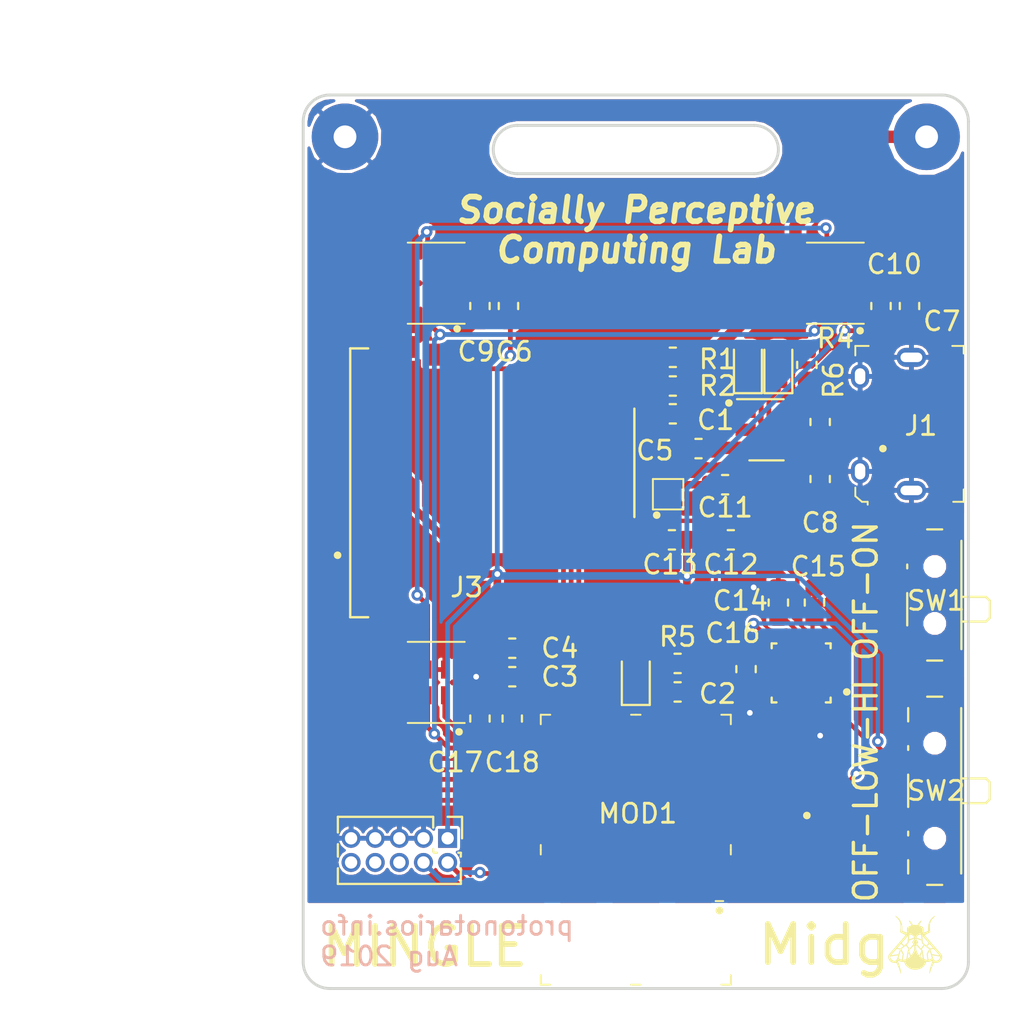
<source format=kicad_pcb>
(kicad_pcb (version 20211014) (generator pcbnew)
  (layers (0 "F.Cu" signal) (31 "B.Cu" signal) (34 "B.Paste" user) (35 "F.Paste" user) (36 "B.SilkS" user "B.Silkscreen") (37 "F.SilkS" user "F.Silkscreen") (38 "B.Mask" user) (39 "F.Mask" user) (44 "Edge.Cuts" user))
  (net 0 "")
  (net 1 "Net-(C1-Pad1)")
  (net 2 "GND")
  (net 3 "/BAT")
  (net 4 "/VBUS")
  (net 5 "Net-(D1-Pad1)")
  (net 6 "Net-(D1-Pad2)")
  (net 7 "Net-(D2-Pad1)")
  (net 8 "Net-(D3-Pad2)")
  (net 9 "Net-(J1-Pad3)")
  (net 10 "Net-(J1-Pad4)")
  (net 11 "Net-(J1-Pad2)")
  (net 12 "/SWDIO")
  (net 13 "/SWCLK")
  (net 14 "Net-(J2-Pad6)")
  (net 15 "Net-(J2-Pad8)")
  (net 16 "Net-(J2-Pad10)")
  (net 17 "Net-(MOD1-Pad10)")
  (net 18 "Net-(MOD1-Pad12)")
  (net 19 "Net-(MOD1-Pad14)")
  (net 20 "Net-(MOD1-Pad20)")
  (net 21 "Net-(MOD1-Pad22)")
  (net 22 "Net-(MOD1-Pad23)")
  (net 23 "Net-(MOD1-Pad24)")
  (net 24 "Net-(MOD1-Pad26)")
  (net 25 "/CS")
  (net 26 "/MOSI")
  (net 27 "/CLK")
  (net 28 "/MISO")
  (net 29 "/CD")
  (net 30 "Net-(MOD1-Pad37)")
  (net 31 "/SDA")
  (net 32 "/SCL")
  (net 33 "/INT1")
  (net 34 "Net-(MOD1-Pad42)")
  (net 35 "Net-(MOD1-Pad41)")
  (net 36 "Net-(MOD1-Pad40)")
  (net 37 "Net-(MOD1-Pad39)")
  (net 38 "Net-(MOD1-Pad38)")
  (net 39 "/SW")
  (net 40 "/3V3")
  (net 41 "Net-(MOD1-Pad9)")
  (net 42 "/SDA_1V8")
  (net 43 "/1V8")
  (net 44 "/SCL_1V8")
  (net 45 "Net-(R6-Pad1)")
  (net 46 "Net-(U5-Pad7)")
  (net 47 "Net-(C14-Pad1)")
  (net 48 "Net-(U5-Pad19)")
  (net 49 "Net-(U5-Pad21)")
  (net 50 "Net-(J3-Pad1)")
  (net 51 "Net-(J3-Pad8)")
  (net 52 "Net-(C11-Pad1)")
  (net 53 "/LED_IND")
  (net 54 "Net-(MOD1-Pad28)")
  (net 55 "Net-(MOD1-Pad8)")
  (net 56 "Net-(MOD1-Pad7)")
  (net 57 "Net-(MOD1-Pad6)")
  (net 58 "/INT1_1V8")
  (net 59 "Net-(U6-Pad2)")
  (net 60 "Net-(U6-Pad13)")
  (net 61 "Net-(MOD1-Pad32)")
  (net 62 "Net-(MOD1-Pad31)")
  (footprint "Capacitor_SMD:C_0603_1608Metric" (layer "F.Cu") (at 81 78.5)
    (fp_text reference "C4")
    (fp_text value "?")
  )
  (footprint "Capacitor_SMD:C_0603_1608Metric" (layer "F.Cu") (at 80.8 60.5 90)
    (fp_text reference "C6")
    (fp_text value "1uF")
  )
  (footprint "Capacitor_SMD:C_0603_1608Metric" (layer "F.Cu") (at 101.9 60.5 90)
    (fp_text reference "C7")
    (fp_text value "1uF")
  )
  (footprint "Capacitor_SMD:C_0603_1608Metric" (layer "F.Cu") (at 100.4 60.5 90)
    (fp_text reference "C10")
    (fp_text value "100nF")
  )
  (footprint "Capacitor_SMD:C_0603_1608Metric" (layer "F.Cu") (at 92.5 72.8)
    (fp_text reference "C12")
    (fp_text value "1uF")
  )
  (footprint "Capacitor_SMD:C_0603_1608Metric" (layer "F.Cu") (at 89.4 72.8 180)
    (fp_text reference "C13")
    (fp_text value "1uF")
  )
  (footprint "Resistor_SMD:R_0603_1608Metric" (layer "F.Cu") (at 89.7 79.3)
    (fp_text reference "R5")
    (fp_text value "2k")
  )
  (footprint "custom_libs:MP34DT06" (layer "F.Cu") (at 77 59.3)
    (fp_text reference "U2")
    (fp_text value "MP34DT05-A" hide)
  )
  (footprint "custom_libs:MP34DT06" (layer "F.Cu") (at 98 59.3)
    (fp_text reference "U3")
    (fp_text value "MP34DT05-A" hide)
  )
  (footprint "Connector_Wire:SolderWirePad_1x01_Drill1.2mm" (layer "F.Cu") (at 102.8 51.6)
    (fp_text reference "J4" hide)
    (fp_text value "BAT+")
  )
  (footprint "Package_TO_SOT_SMD:SOT-23-6" (layer "F.Cu") (at 94.376 67.01)
    (fp_text reference "U1")
    (fp_text value "TP4057" hide)
  )
  (footprint "Capacitor_SMD:C_0603_1608Metric" (layer "F.Cu") (at 81 80)
    (fp_text reference "C3")
    (fp_text value "10uF")
  )
  (footprint "digikey-footprints:Bluetooth_Module_BMD-300" (layer "F.Cu") (at 87.5 89.1 90)
    (fp_text reference "MOD1")
    (fp_text value "BMD-300-A-R" hide)
  )
  (footprint "Connector_PinHeader_1.27mm:PinHeader_2x05_P1.27mm_Vertical" (layer "F.Cu") (at 77.6 88.5 -90)
    (fp_text reference "J2" hide)
    (fp_text value "SWD")
  )
  (footprint "QFN50PX250X300X100-15N:QFN50PX250X300X100-15N" (layer "F.Cu") (at 96.2 85 180)
    (fp_text reference "U6")
    (fp_text value "NTS0104" hide)
  )
  (footprint "Capacitor_SMD:C_0603_1608Metric" (layer "F.Cu") (at 93.3 79.6 -90)
    (fp_text reference "C16")
    (fp_text value "100nF")
  )
  (footprint "ICM-20948:QFN40P300X300X105-24N" (layer "F.Cu") (at 96.2 79.8 180)
    (fp_text reference "U5")
    (fp_text value "ICM-20948" hide)
  )
  (footprint "Capacitor_SMD:C_0603_1608Metric" (layer "F.Cu") (at 95 76.1 90)
    (fp_text reference "C14")
    (fp_text value "100nF")
  )
  (footprint "503182-1852:MOLEX_503182-1852" (layer "F.Cu") (at 80.7 69.8 90)
    (fp_text reference "J3")
    (fp_text value "503182-1852" hide)
  )
  (footprint "Button_Switch_SMD:SW_SPDT_PCM12" (layer "F.Cu") (at 102.9 75.7 90)
    (fp_text reference "SW1")
    (fp_text value "OFF-ON")
  )
  (footprint "digikey-footprints:USB_Micro_B_Female_10118194-0001LF" (layer "F.Cu") (at 99.3 66.7 90)
    (fp_text reference "J1")
    (fp_text value "10118194-0001LF")
  )
  (footprint "LED_SMD:LED_0603_1608Metric" (layer "F.Cu") (at 87.5 80 90)
    (fp_text reference "D3")
    (fp_text value "LED_Small" hide)
  )
  (footprint "LED_SMD:LED_0603_1608Metric" (layer "F.Cu") (at 93.4 63.6 90)
    (fp_text reference "D1")
    (fp_text value "CHRG_LED" hide)
  )
  (footprint "Connector_Wire:SolderWirePad_1x01_Drill1.2mm" (layer "F.Cu") (at 72.2 51.6 -90)
    (fp_text reference "J5" hide)
    (fp_text value "BAT-")
  )
  (footprint "LED_SMD:LED_0603_1608Metric" (layer "F.Cu") (at 95 63.6 90)
    (fp_text reference "D2")
    (fp_text value "STDBY_LED" hide)
  )
  (footprint "Capacitor_SMD:C_0603_1608Metric" (layer "F.Cu") (at 90.8 68 180)
    (fp_text reference "C5")
    (fp_text value "10uF")
  )
  (footprint "Package_DFN_QFN:X2-DFN1612-8" (layer "F.Cu") (at 89.2 70.4)
    (fp_text reference "U4")
    (fp_text value "AP7345D")
  )
  (footprint "Capacitor_SMD:C_0603_1608Metric" (layer "F.Cu") (at 92.2 69.9)
    (fp_text reference "C11")
    (fp_text value "1uF")
  )
  (footprint "Capacitor_SMD:C_0603_1608Metric" (layer "F.Cu") (at 96.9 76.1 90)
    (fp_text reference "C15")
    (fp_text value "100nF")
  )
  (footprint "Capacitor_SMD:C_0603_1608Metric" (layer "F.Cu") (at 79.3 60.5 90)
    (fp_text reference "C9")
    (fp_text value "100nF")
  )
  (footprint "Resistor_SMD:R_0603_1608Metric" (layer "F.Cu") (at 89.448 64.708401)
    (fp_text reference "R2")
    (fp_text value "10M")
  )
  (footprint "Resistor_SMD:R_0603_1608Metric" (layer "F.Cu") (at 97.2 66.6 90)
    (fp_text reference "R6")
    (fp_text value "2k")
  )
  (footprint "Resistor_SMD:R_0603_1608Metric" (layer "F.Cu") (at 96.5 63.6 -90)
    (fp_text reference "R4")
    (fp_text value "1k?")
  )
  (footprint "Capacitor_SMD:C_0603_1608Metric" (layer "F.Cu") (at 97.2 69.6 -90)
    (fp_text reference "C8")
    (fp_text value "1uF")
  )
  (footprint "Capacitor_SMD:C_0603_1608Metric" (layer "F.Cu") (at 89.7 80.8 180)
    (fp_text reference "C2")
    (fp_text value "10uF")
  )
  (footprint "Button_Switch_SMD:SW_SP3T_PCM13" (layer "F.Cu") (at 102.9 86 90)
    (fp_text reference "SW2")
    (fp_text value "OFF-LOW-HI")
  )
  (footprint "custom_libs:MP34DT06" (layer "F.Cu") (at 77 80.3)
    (fp_text reference "U7")
    (fp_text value "MP34DT05-A" hide)
  )
  (footprint "Resistor_SMD:R_0603_1608Metric" (layer "F.Cu") (at 89.448 63.198401 180)
    (fp_text reference "R1")
    (fp_text value "10M")
  )
  (footprint "Capacitor_SMD:C_0603_1608Metric" (layer "F.Cu") (at 89.448 66.17)
    (fp_text reference "C1")
    (fp_text value "100nF")
  )
  (footprint "Capacitor_SMD:C_0603_1608Metric" (layer "F.Cu") (at 81 82.2 90)
    (fp_text reference "C18")
    (fp_text value "100nF")
  )
  (footprint "Capacitor_SMD:C_0603_1608Metric" (layer "F.Cu") (at 79.3 82.2 90)
    (fp_text reference "C17")
    (fp_text value "1uF")
  )
  (footprint "rythm_badge_tudelft:fly" (layer "F.Cu") (at 102.2 94.1)
    (fp_text reference "G***" hide)
    (fp_text value "LOGO" hide)
  )
  (gr_circle (center 78.2 82.9) (end 78.2 82.8) (layer "F.SilkS") (width 0.2) (fill none))
  (gr_circle (center 78.1 61.7) (end 78.1 61.6) (layer "F.SilkS") (width 0.2) (fill none))
  (gr_circle (center 99.3 61.8) (end 99.3 61.7) (layer "F.SilkS") (width 0.2) (fill none))
  (gr_circle (center 92.4 65.6) (end 92.4 65.5) (layer "F.SilkS") (width 0.2) (fill none))
  (gr_circle (center 88.6 71.5) (end 88.6 71.4) (layer "F.SilkS") (width 0.2) (fill none))
  (gr_circle (center 100.5 68) (end 100.5 67.9) (layer "F.SilkS") (width 0.2) (fill none))
  (gr_circle (center 91.9 92.3) (end 91.9 92.2) (layer "F.SilkS") (width 0.2) (fill none))
  (gr_circle (center 96.5 87.3) (end 96.5 87.2) (layer "F.SilkS") (width 0.2) (fill none))
  (gr_arc (start 105 95) (mid 104.590056 95.989843) (end 103.6003 96.4) (layer "Edge.Cuts") (width 0.15))
  (gr_arc (start 81.27 53.54) (mid 80 52.27) (end 81.27 51) (layer "Edge.Cuts") (width 0.15))
  (gr_arc (start 70 50.8) (mid 70.409944 49.810157) (end 71.3997 49.4) (layer "Edge.Cuts") (width 0.15))
  (gr_arc (start 71.4 96.4) (mid 70.410157 95.990056) (end 70 95.0003) (layer "Edge.Cuts") (width 0.15))
  (gr_line (start 70 50.8) (end 70 94.996) (layer "Edge.Cuts") (width 0.15))
  (gr_line (start 81.27 53.54) (end 93.73 53.54) (layer "Edge.Cuts") (width 0.15))
  (gr_line (start 81.27 51) (end 93.73 51) (layer "Edge.Cuts") (width 0.15))
  (gr_line (start 103.6 96.4) (end 71.4 96.4) (layer "Edge.Cuts") (width 0.15))
  (gr_arc (start 103.6 49.4) (mid 104.589843 49.809944) (end 105 50.7997) (layer "Edge.Cuts") (width 0.15))
  (gr_arc (start 93.73 51) (mid 95 52.27) (end 93.73 53.54) (layer "Edge.Cuts") (width 0.15))
  (gr_line (start 71.4 49.4) (end 103.6 49.4) (layer "Edge.Cuts") (width 0.15))
  (gr_line (start 105 94.996) (end 105 50.8) (layer "Edge.Cuts") (width 0.15))
  (gr_text "protonotarios.info\nAug 2019" (at 70.8 93.9) (layer "B.SilkS") (effects (font (size 1 1)) (justify right mirror)))
  (gr_text "MINGLE" (at 76.4 94.2) (layer "F.SilkS") (effects (font (size 2 2) (thickness 0.3))))
  (gr_text "Socially Perceptive\nComputing Lab" (at 87.5 56.5) (layer "F.SilkS") (effects (font (size 1.3 1.3) (thickness 0.3) italic)))
  (gr_text "Midg" (at 97.4 94.1) (layer "F.SilkS") (effects (font (size 2 2) (thickness 0.3))))
  (segment (start 88.6605 63.198401) (end 88.6605 66.17) (width 0.25) (layer "F.Cu") (net 1))
  (segment (start 88.4085 66.422) (end 88.6605 66.17) (width 0.25) (layer "F.Cu") (net 1))
  (segment (start 88.598099 64.646) (end 88.6605 64.708401) (width 0.25) (layer "F.Cu") (net 1))
  (segment (start 88.6 82.65) (end 87.85 81.9) (width 0.25) (layer "F.Cu") (net 1))
  (segment (start 84.5 80) (end 84.5 70.3305) (width 0.25) (layer "F.Cu") (net 1))
  (segment (start 84.5 70.3305) (end 88.198888 66.631612) (width 0.25) (layer "F.Cu") (net 1))
  (segment (start 87.85 81.9) (end 86.4 81.9) (width 0.25) (layer "F.Cu") (net 1))
  (segment (start 86.4 81.9) (end 84.5 80) (width 0.25) (layer "F.Cu") (net 1))
  (segment (start 88.198888 66.631612) (end 88.6605 66.17) (width 0.25) (layer "F.Cu") (net 1))
  (via (at 93.5 81.9) (size 0.6) (drill 0.3) (layers "F.Cu" "B.Cu") (net 2))
  (via (at 97.2 83.1) (size 0.6) (drill 0.3) (layers "F.Cu" "B.Cu") (net 2))
  (via (at 93.7 75.3) (size 0.6) (drill 0.3) (layers "F.Cu" "B.Cu") (net 2))
  (via (at 79.1 80) (size 0.6) (drill 0.3) (layers "F.Cu" "B.Cu") (net 2))
  (segment (start 102.8 51.6) (end 100.6 51.6) (width 0.65) (layer "F.Cu") (net 3))
  (segment (start 91.5875 62.9125) (end 91.5875 63.2) (width 0.65) (layer "F.Cu") (net 3))
  (segment (start 91.5875 63.2) (end 91.5875 67.96) (width 0.65) (layer "F.Cu") (net 3))
  (segment (start 93.481 67.96) (end 93.481 68.281) (width 0.4) (layer "F.Cu") (net 3))
  (segment (start 93.276 67.96) (end 93.481 67.96) (width 0.65) (layer "F.Cu") (net 3))
  (segment (start 95.9 56.3) (end 95.9 58.6) (width 0.65) (layer "F.Cu") (net 3))
  (segment (start 100.6 51.6) (end 95.9 56.3) (width 0.65) (layer "F.Cu") (net 3))
  (segment (start 95.9 58.6) (end 91.5875 62.9125) (width 0.65) (layer "F.Cu") (net 3))
  (segment (start 98.65 73.45) (end 100.07 73.45) (width 0.4) (layer "F.Cu") (net 3))
  (segment (start 100.07 73.45) (end 101.47 73.45) (width 0.4) (layer "F.Cu") (net 3))
  (segment (start 91.5875 67.96) (end 93.276 67.96) (width 0.65) (layer "F.Cu") (net 3))
  (segment (start 93.481 68.281) (end 98.65 73.45) (width 0.4) (layer "F.Cu") (net 3))
  (segment (start 90.2355 63.198401) (end 91.585901 63.198401) (width 0.25) (layer "F.Cu") (net 3))
  (segment (start 91.585901 63.198401) (end 91.5875 63.2) (width 0.25) (layer "F.Cu") (net 3))
  (segment (start 96.6125 64.3875) (end 97.9 63.1) (width 0.25) (layer "F.Cu") (net 4))
  (segment (start 97.2125 68.8) (end 97.2 68.8125) (width 0.5) (layer "F.Cu") (net 4))
  (segment (start 100.6 64) (end 100.6 67.625) (width 0.25) (layer "F.Cu") (net 4))
  (segment (start 95.516 68) (end 95.476 67.96) (width 0.5) (layer "F.Cu") (net 4))
  (segment (start 99.7 63.1) (end 100.6 64) (width 0.25) (layer "F.Cu") (net 4))
  (segment (start 96.3285 68.8125) (end 95.476 67.96) (width 0.5) (layer "F.Cu") (net 4))
  (segment (start 97.8 68.8) (end 97.2125 68.8) (width 0.5) (layer "F.Cu") (net 4))
  (segment (start 99.3 68) (end 98.6 68) (width 0.5) (layer "F.Cu") (net 4))
  (segment (start 97.2 68.8125) (end 96.3285 68.8125) (width 0.5) (layer "F.Cu") (net 4))
  (segment (start 98.6 68) (end 97.8 68.8) (width 0.5) (layer "F.Cu") (net 4))
  (segment (start 100.225 68) (end 99.3 68) (width 0.25) (layer "F.Cu") (net 4))
  (segment (start 100.6 67.625) (end 100.225 68) (width 0.25) (layer "F.Cu") (net 4))
  (segment (start 97.9 63.1) (end 99.7 63.1) (width 0.25) (layer "F.Cu") (net 4))
  (segment (start 96.5 64.3875) (end 96.6125 64.3875) (width 0.25) (layer "F.Cu") (net 4))
  (segment (start 93.276 64.5115) (end 93.4 64.3875) (width 0.25) (layer "F.Cu") (net 5))
  (segment (start 93.276 66.06) (end 93.276 64.5115) (width 0.25) (layer "F.Cu") (net 5))
  (segment (start 95 62.8125) (end 93.4 62.8125) (width 0.25) (layer "F.Cu") (net 6))
  (segment (start 96.5 62.8125) (end 95 62.8125) (width 0.25) (layer "F.Cu") (net 6))
  (segment (start 95 64.925) (end 94.5 65.425) (width 0.25) (layer "F.Cu") (net 7))
  (segment (start 95 64.3875) (end 95 64.925) (width 0.25) (layer "F.Cu") (net 7))
  (segment (start 94.5 66.5) (end 95.01 67.01) (width 0.25) (layer "F.Cu") (net 7))
  (segment (start 95.01 67.01) (end 95.476 67.01) (width 0.25) (layer "F.Cu") (net 7))
  (segment (start 94.5 65.425) (end 94.5 66.5) (width 0.25) (layer "F.Cu") (net 7))
  (segment (start 87.5875 79.3) (end 87.5 79.2125) (width 0.25) (layer "F.Cu") (net 8))
  (segment (start 89.1125 79.3) (end 87.5875 79.3) (width 0.25) (layer "F.Cu") (net 8))
  (segment (start 84 90.9) (end 78.73 90.9) (width 0.25) (layer "F.Cu") (net 12))
  (segment (start 78.73 90.9) (end 77.6 89.77) (width 0.25) (layer "F.Cu") (net 12))
  (segment (start 83.1 90.35) (end 79.35 90.35) (width 0.25) (layer "F.Cu") (net 13))
  (segment (start 79.35 90.35) (end 79.3 90.3) (width 0.25) (layer "F.Cu") (net 13))
  (via (at 79.3 90.3) (size 0.6) (drill 0.3) (layers "F.Cu" "B.Cu") (net 13))
  (segment (start 78 90.7) (end 77.26 90.7) (width 0.25) (layer "B.Cu") (net 13))
  (segment (start 79.3 90.3) (end 78.4 90.3) (width 0.25) (layer "B.Cu") (net 13))
  (segment (start 76.829999 90.269999) (end 76.33 89.77) (width 0.25) (layer "B.Cu") (net 13))
  (segment (start 78.4 90.3) (end 78 90.7) (width 0.25) (layer "B.Cu") (net 13))
  (segment (start 77.26 90.7) (end 76.829999 90.269999) (width 0.25) (layer "B.Cu") (net 13))
  (segment (start 82.904804 84.9) (end 83.1 84.704804) (width 0.25) (layer "F.Cu") (net 25))
  (segment (start 73.475 71.6) (end 73.1 71.975) (width 0.25) (layer "F.Cu") (net 25))
  (segment (start 77.2 84.9) (end 82.904804 84.9) (width 0.25) (layer "F.Cu") (net 25))
  (segment (start 83.1 84.704804) (end 83.1 84.85) (width 0.25) (layer "F.Cu") (net 25))
  (segment (start 73.1 71.975) (end 73.1 80.8) (width 0.25) (layer "F.Cu") (net 25))
  (segment (start 74.345 71.6) (end 73.475 71.6) (width 0.25) (layer "F.Cu") (net 25))
  (segment (start 73.1 80.8) (end 77.2 84.9) (width 0.25) (layer "F.Cu") (net 25))
  (segment (start 84 85.4) (end 77.130905 85.4) (width 0.25) (layer "F.Cu") (net 26))
  (segment (start 74.005905 70.5) (end 74.345 70.5) (width 0.25) (layer "F.Cu") (net 26))
  (segment (start 72.697589 71.808316) (end 74.005905 70.5) (width 0.25) (layer "F.Cu") (net 26))
  (segment (start 77.130905 85.4) (end 72.697589 80.966684) (width 0.25) (layer "F.Cu") (net 26))
  (segment (start 72.697589 80.966684) (end 72.697589 71.808316) (width 0.25) (layer "F.Cu") (net 26))
  (segment (start 77.11181 85.95) (end 82.6 85.95) (width 0.25) (layer "F.Cu") (net 27))
  (segment (start 72.295178 69.479822) (end 72.295178 81.133368) (width 0.25) (layer "F.Cu") (net 27))
  (segment (start 82.6 85.95) (end 83.1 85.95) (width 0.25) (layer "F.Cu") (net 27))
  (segment (start 74.345 68.3) (end 73.475 68.3) (width 0.25) (layer "F.Cu") (net 27))
  (segment (start 73.475 68.3) (end 72.295178 69.479822) (width 0.25) (layer "F.Cu") (net 27))
  (segment (start 72.295178 81.133368) (end 77.11181 85.95) (width 0.25) (layer "F.Cu") (net 27))
  (segment (start 77.092715 86.5) (end 83.5 86.5) (width 0.25) (layer "F.Cu") (net 28))
  (segment (start 73.475 66.1) (end 71.892767 67.682233) (width 0.25) (layer "F.Cu") (net 28))
  (segment (start 71.892767 81.300052) (end 77.092715 86.5) (width 0.25) (layer "F.Cu") (net 28))
  (segment (start 83.5 86.5) (end 84 86.5) (width 0.25) (layer "F.Cu") (net 28))
  (segment (start 71.892767 67.682233) (end 71.892767 81.300052) (width 0.25) (layer "F.Cu") (net 28))
  (segment (start 74.345 66.1) (end 73.475 66.1) (width 0.25) (layer "F.Cu") (net 28))
  (segment (start 84.097589 70.163816) (end 84.097589 80.347589) (width 0.25) (layer "F.Cu") (net 29))
  (segment (start 85.975 68.286405) (end 84.097589 70.163816) (width 0.25) (layer "F.Cu") (net 29))
  (segment (start 84.097589 80.347589) (end 86.4 82.65) (width 0.25) (layer "F.Cu") (net 29))
  (segment (start 85.975 63.06) (end 85.975 68.286405) (width 0.25) (layer "F.Cu") (net 29))
  (segment (start 95.0062 85) (end 92.05 85) (width 0.25) (layer "F.Cu") (net 31))
  (segment (start 92.05 85) (end 91.9 84.85) (width 0.25) (layer "F.Cu") (net 31))
  (segment (start 92.642 84.492) (end 91.9 83.75) (width 0.25) (layer "F.Cu") (net 32))
  (segment (start 95.0062 84.492) (end 92.642 84.492) (width 0.25) (layer "F.Cu") (net 32))
  (segment (start 95.0062 85.508) (end 92.342 85.508) (width 0.25) (layer "F.Cu") (net 33))
  (segment (start 92.342 85.508) (end 91.9 85.95) (width 0.25) (layer "F.Cu") (net 33))
  (segment (start 84.122779 64.394255) (end 84.122779 69.569531) (width 0.25) (layer "F.Cu") (net 39))
  (segment (start 83.528524 63.8) (end 84.122779 64.394255) (width 0.25) (layer "F.Cu") (net 39))
  (segment (start 83.695178 69.997132) (end 83.695178 80.545178) (width 0.25) (layer "F.Cu") (net 39))
  (segment (start 83.695178 80.545178) (end 85.3 82.15) (width 0.25) (layer "F.Cu") (net 39))
  (segment (start 85.3 82.15) (end 85.3 82.65) (width 0.25) (layer "F.Cu") (net 39))
  (segment (start 77.85 63.06) (end 78.59 63.8) (width 0.25) (layer "F.Cu") (net 39))
  (segment (start 78.59 63.8) (end 83.528524 63.8) (width 0.25) (layer "F.Cu") (net 39))
  (segment (start 76.975 63.06) (end 77.85 63.06) (width 0.25) (layer "F.Cu") (net 39))
  (segment (start 84.122779 69.569531) (end 83.695178 69.997132) (width 0.25) (layer "F.Cu") (net 39))
  (segment (start 98.5 60.025) (end 98.45 59.975) (width 0.25) (layer "F.Cu") (net 40))
  (segment (start 80.2125 80.1) (end 80.2125 74.6) (width 0.4) (layer "F.Cu") (net 40))
  (segment (start 80.8 61.2875) (end 79.3 61.2875) (width 0.25) (layer "F.Cu") (net 40))
  (segment (start 79.3 74.6) (end 79.4 74.6) (width 0.4) (layer "F.Cu") (net 40))
  (segment (start 99.8875 61.8) (end 100.4 61.2875) (width 0.25) (layer "F.Cu") (net 40))
  (segment (start 80.9 61.3875) (end 80.8 61.2875) (width 0.25) (layer "F.Cu") (net 40))
  (segment (start 98.337459 87.207589) (end 96.069389 87.207589) (width 0.23) (layer "F.Cu") (net 40))
  (segment (start 101.045048 84.5) (end 98.337459 87.207589) (width 0.23) (layer "F.Cu") (net 40))
  (segment (start 79.4 74.6) (end 80.2125 74.6) (width 0.4) (layer "F.Cu") (net 40))
  (segment (start 77.45 61.35) (end 77.45 60.7) (width 0.25) (layer "F.Cu") (net 40))
  (segment (start 74.345 69.4) (end 75.4 69.4) (width 0.4) (layer "F.Cu") (net 40))
  (segment (start 78.7875 61.8) (end 77.9 61.8) (width 0.25) (layer "F.Cu") (net 40))
  (segment (start 77.9 61.8) (end 77.45 61.35) (width 0.25) (layer "F.Cu") (net 40))
  (segment (start 77.45 80.975) (end 77.45 82.099322) (width 0.25) (layer "F.Cu") (net 40))
  (segment (start 90.6875 80.8) (end 90.6875 80.625) (width 0.4) (layer "F.Cu") (net 40))
  (segment (start 90.1875 72.8) (end 90.1875 76.5) (width 0.4) (layer "F.Cu") (net 40))
  (segment (start 101.07 84.5) (end 100.234811 83.664811) (width 0.23) (layer "F.Cu") (net 40))
  (segment (start 90.1875 76.5) (end 90.5 76.8125) (width 0.4) (layer "F.Cu") (net 40))
  (segment (start 95.946 87.0842) (end 95.946 86.4478) (width 0.23) (layer "F.Cu") (net 40))
  (segment (start 75.9 71.2) (end 79.3 74.6) (width 0.4) (layer "F.Cu") (net 40))
  (segment (start 75.4 69.4) (end 75.9 69.9) (width 0.4) (layer "F.Cu") (net 40))
  (segment (start 80.9 63.1) (end 80.9 61.3875) (width 0.25) (layer "F.Cu") (net 40))
  (segment (start 90.8 81.9) (end 90.8 82.65) (width 0.4) (layer "F.Cu") (net 40))
  (segment (start 100.234811 83.664811) (end 100.234811 83.400012) (width 0.23) (layer "F.Cu") (net 40))
  (segment (start 79.3 82.9875) (end 80.7 82.9875) (width 0.25) (layer "F.Cu") (net 40))
  (segment (start 96.069389 87.207589) (end 95.946 87.0842) (width 0.23) (layer "F.Cu") (net 40))
  (segment (start 89 70.915198) (end 89 71.6125) (width 0.23) (layer "F.Cu") (net 40))
  (segment (start 101.47 84.5) (end 101.07 84.5) (width 0.23) (layer "F.Cu") (net 40))
  (segment (start 77.45 59.975) (end 77.45 58.625) (width 0.25) (layer "F.Cu") (net 40))
  (segment (start 77.45 60.7) (end 77.45 59.975) (width 0.25) (layer "F.Cu") (net 40))
  (segment (start 90.5 76.8125) (end 90.5 81.6) (width 0.4) (layer "F.Cu") (net 40))
  (segment (start 89 71.6125) (end 90.1875 72.8) (width 0.23) (layer "F.Cu") (net 40))
  (segment (start 80.2125 82.075) (end 80.2125 80) (width 0.25) (layer "F.Cu") (net 40))
  (segment (start 79.3 61.2875) (end 78.7875 61.8) (width 0.25) (layer "F.Cu") (net 40))
  (segment (start 98.5 61.8) (end 99.8875 61.8) (width 0.25) (layer "F.Cu") (net 40))
  (segment (start 80.7 82.9875) (end 80.8 83.0875) (width 0.25) (layer "F.Cu") (net 40))
  (segment (start 98.5 61.8) (end 98.5 60.025) (width 0.25) (layer "F.Cu") (net 40))
  (segment (start 77.45 82.099322) (end 78.338178 82.9875) (width 0.25) (layer "F.Cu") (net 40))
  (segment (start 90.5 81.6) (end 90.8 81.9) (width 0.4) (layer "F.Cu") (net 40))
  (segment (start 79.3 82.9875) (end 80.2125 82.075) (width 0.25) (layer "F.Cu") (net 40))
  (segment (start 101.07 84.5) (end 101.045048 84.5) (width 0.23) (layer "F.Cu") (net 40))
  (segment (start 75.9 69.9) (end 75.9 71.2) (width 0.4) (layer "F.Cu") (net 40))
  (segment (start 78.338178 82.9875) (end 79.3 82.9875) (width 0.25) (layer "F.Cu") (net 40))
  (segment (start 100.4 61.2875) (end 101.9 61.2875) (width 0.25) (layer "F.Cu") (net 40))
  (via (at 98.5 61.8) (size 0.6) (drill 0.3) (layers "F.Cu" "B.Cu") (net 40))
  (via (at 80.9 63.1) (size 0.6) (drill 0.3) (layers "F.Cu" "B.Cu") (net 40))
  (via (at 90.1875 74.7) (size 0.6) (drill 0.3) (layers "F.Cu" "B.Cu") (net 40))
  (via (at 80.2125 74.6) (size 0.6) (drill 0.3) (layers "F.Cu" "B.Cu") (net 40))
  (via (at 100.234811 83.400012) (size 0.6) (drill 0.3) (layers "F.Cu" "B.Cu") (net 40))
  (segment (start 77.6 88.5) (end 77.6 77.2125) (width 0.25) (layer "B.Cu") (net 40))
  (segment (start 90.1875 74.7) (end 80.3125 74.7) (width 0.4) (layer "B.Cu") (net 40))
  (segment (start 80.9 63.1) (end 80.2125 63.7875) (width 0.25) (layer "B.Cu") (net 40))
  (segment (start 80.2125 63.7875) (end 80.2125 74.175736) (width 0.25) (layer "B.Cu") (net 40))
  (segment (start 98.5 61.8) (end 90.1875 70.1125) (width 0.25) (layer "B.Cu") (net 40))
  (segment (start 77.6 77.2125) (end 79.912501 74.899999) (width 0.25) (layer "B.Cu") (net 40))
  (segment (start 90.1875 70.1125) (end 90.1875 74.275736) (width 0.25) (layer "B.Cu") (net 40))
  (segment (start 90.611764 74.7) (end 90.1875 74.7) (width 0.23) (layer "B.Cu") (net 40))
  (segment (start 80.3125 74.7) (end 80.2125 74.6) (width 0.4) (layer "B.Cu") (net 40))
  (segment (start 90.1875 74.275736) (end 90.1875 74.7) (width 0.25) (layer "B.Cu") (net 40))
  (segment (start 100.234811 78.901073) (end 96.033738 74.7) (width 0.23) (layer "B.Cu") (net 40))
  (segment (start 96.033738 74.7) (end 90.611764 74.7) (width 0.23) (layer "B.Cu") (net 40))
  (segment (start 79.912501 74.899999) (end 80.2125 74.6) (width 0.25) (layer "B.Cu") (net 40))
  (segment (start 100.234811 83.400012) (end 100.234811 78.901073) (width 0.23) (layer "B.Cu") (net 40))
  (segment (start 80.2125 74.175736) (end 80.2125 74.6) (width 0.25) (layer "B.Cu") (net 40))
  (segment (start 97.2 81.555) (end 98.67241 83.02741) (width 0.22) (layer "F.Cu") (net 42))
  (segment (start 97.2 81.345) (end 97.2 81.555) (width 0.22) (layer "F.Cu") (net 42))
  (segment (start 98.67241 84.366458) (end 98.038867 85) (width 0.22) (layer "F.Cu") (net 42))
  (segment (start 98.67241 83.02741) (end 98.67241 84.366458) (width 0.22) (layer "F.Cu") (net 42))
  (segment (start 98.038867 85) (end 98.0202 85) (width 0.22) (layer "F.Cu") (net 42))
  (segment (start 98.0202 85) (end 97.3938 85) (width 0.22) (layer "F.Cu") (net 42))
  (segment (start 93.3 78.8125) (end 93.3125 78.8) (width 0.22) (layer "F.Cu") (net 43))
  (segment (start 99.667401 85.336837) (end 98.556438 86.4478) (width 0.23) (layer "F.Cu") (net 43))
  (segment (start 98.7 82.4) (end 99.667401 83.367401) (width 0.23) (layer "F.Cu") (net 43))
  (segment (start 96.8364 86.4478) (end 96.454 86.4478) (width 0.23) (layer "F.Cu") (net 43))
  (segment (start 93.0125 74.1) (end 91.7125 72.8) (width 0.23) (layer "F.Cu") (net 43))
  (segment (start 98.7 78.6875) (end 98.7 82.4) (width 0.23) (layer "F.Cu") (net 43))
  (segment (start 96.8 78.255) (end 96.8 76.9875) (width 0.22) (layer "F.Cu") (net 43))
  (segment (start 93.3 78.8125) (end 92.4 79.7125) (width 0.22) (layer "F.Cu") (net 43))
  (segment (start 91.250888 72.338388) (end 91.7125 72.8) (width 0.23) (layer "F.Cu") (net 43))
  (segment (start 89.4 70.9) (end 89.4 71.35) (width 0.23) (layer "F.Cu") (net 43))
  (segment (start 96.4 81.345) (end 96.4 82.548078) (width 0.22) (layer "F.Cu") (net 43))
  (segment (start 96.9 76.8875) (end 98.7 78.6875) (width 0.23) (layer "F.Cu") (net 43))
  (segment (start 93.3 82.5) (end 95.443922 82.5) (width 0.22) (layer "F.Cu") (net 43))
  (segment (start 95.443922 82.5) (end 95.946 83.002078) (width 0.22) (layer "F.Cu") (net 43))
  (segment (start 89.85 71.8) (end 90.7125 71.8) (width 0.23) (layer "F.Cu") (net 43))
  (segment (start 98.556438 86.4478) (end 96.8364 86.4478) (width 0.23) (layer "F.Cu") (net 43))
  (segment (start 96 74.8) (end 95.3 74.1) (width 0.23) (layer "F.Cu") (net 43))
  (segment (start 92.4 81.6) (end 93.3 82.5) (width 0.22) (layer "F.Cu") (net 43))
  (segment (start 99.667401 83.367401) (end 99.667401 85.336837) (width 0.23) (layer "F.Cu") (net 43))
  (segment (start 96 75.9875) (end 96 74.8) (width 0.23) (layer "F.Cu") (net 43))
  (segment (start 95.3 74.1) (end 93.0125 74.1) (width 0.23) (layer "F.Cu") (net 43))
  (segment (start 91.7125 76.6875) (end 91.7125 73.375) (width 0.22) (layer "F.Cu") (net 43))
  (segment (start 91.7125 73.375) (end 91.7125 72.8) (width 0.22) (layer "F.Cu") (net 43))
  (segment (start 89.4 71.35) (end 89.85 71.8) (width 0.23) (layer "F.Cu") (net 43))
  (segment (start 93.3 78.275) (end 91.7125 76.6875) (width 0.22) (layer "F.Cu") (net 43))
  (segment (start 93.3 78.8125) (end 93.3 78.275) (width 0.22) (layer "F.Cu") (net 43))
  (segment (start 96.9 76.8875) (end 96 75.9875) (width 0.23) (layer "F.Cu") (net 43))
  (segment (start 90.7125 71.8) (end 91.250888 72.338388) (width 0.23) (layer "F.Cu") (net 43))
  (segment (start 92.4 79.7125) (end 92.4 81.6) (width 0.22) (layer "F.Cu") (net 43))
  (segment (start 96.8 76.9875) (end 96.7125 76.9) (width 0.25) (layer "F.Cu") (net 43))
  (segment (start 93.3125 78.8) (end 94.655 78.8) (width 0.22) (layer "F.Cu") (net 43))
  (segment (start 95.946 83.002078) (end 95.946 83.5522) (width 0.22) (layer "F.Cu") (net 43))
  (segment (start 96.4 82.548078) (end 95.946 83.002078) (width 0.22) (layer "F.Cu") (net 43))
  (segment (start 96.8 81.345) (end 96.8 81.8) (width 0.22) (layer "F.Cu") (net 44))
  (segment (start 98.3 84.2122) (end 98.0202 84.492) (width 0.22) (layer "F.Cu") (net 44))
  (segment (start 96.8 81.8) (end 98.3 83.3) (width 0.22) (layer "F.Cu") (net 44))
  (segment (start 98.3 83.3) (end 98.3 84.2122) (width 0.22) (layer "F.Cu") (net 44))
  (segment (start 98.0202 84.492) (end 97.3938 84.492) (width 0.22) (layer "F.Cu") (net 44))
  (segment (start 97.2 67.3875) (end 95.8725 66.06) (width 0.25) (layer "F.Cu") (net 45))
  (segment (start 95.8725 66.06) (end 95.476 66.06) (width 0.25) (layer "F.Cu") (net 45))
  (segment (start 96 77.6125) (end 95.2875 76.9) (width 0.22) (layer "F.Cu") (net 47))
  (segment (start 96 78.255) (end 96 77.6125) (width 0.22) (layer "F.Cu") (net 47))
  (segment (start 89.8 69.9) (end 88.7 69.9) (width 0.4) (layer "F.Cu") (net 52))
  (segment (start 101.47 74.95) (end 99.136812 74.95) (width 0.4) (layer "F.Cu") (net 52))
  (segment (start 91.874112 70.361612) (end 91.4125 69.9) (width 0.4) (layer "F.Cu") (net 52))
  (segment (start 99.136812 74.95) (end 95.586812 71.4) (width 0.4) (layer "F.Cu") (net 52))
  (segment (start 92.9125 71.4) (end 91.874112 70.361612) (width 0.4) (layer "F.Cu") (net 52))
  (segment (start 89.8 69.9) (end 91.3 69.9) (width 0.4) (layer "F.Cu") (net 52))
  (segment (start 95.586812 71.4) (end 92.9125 71.4) (width 0.4) (layer "F.Cu") (net 52))
  (segment (start 88.6125 81.9) (end 87.961612 81.249112) (width 0.25) (layer "F.Cu") (net 53))
  (segment (start 89.7 82.15) (end 89.45 81.9) (width 0.25) (layer "F.Cu") (net 53))
  (segment (start 87.961612 81.249112) (end 87.5 80.7875) (width 0.25) (layer "F.Cu") (net 53))
  (segment (start 89.45 81.9) (end 88.6125 81.9) (width 0.25) (layer "F.Cu") (net 53))
  (segment (start 89.7 82.65) (end 89.7 82.15) (width 0.25) (layer "F.Cu") (net 53))
  (segment (start 102.6 85) (end 102.6 84.030678) (width 0.25) (layer "F.Cu") (net 55))
  (segment (start 102.6 84.030678) (end 101.569322 83) (width 0.25) (layer "F.Cu") (net 55))
  (segment (start 100.7 85.4) (end 102.2 85.4) (width 0.25) (layer "F.Cu") (net 55))
  (segment (start 101.569322 83) (end 101.47 83) (width 0.25) (layer "F.Cu") (net 55))
  (segment (start 90.95 87.6) (end 98.5 87.6) (width 0.25) (layer "F.Cu") (net 55))
  (segment (start 98.5 87.6) (end 100.7 85.4) (width 0.25) (layer "F.Cu") (net 55))
  (segment (start 102.2 85.4) (end 102.6 85) (width 0.25) (layer "F.Cu") (net 55))
  (segment (start 91.9 88.15) (end 100.82 88.15) (width 0.25) (layer "F.Cu") (net 56))
  (segment (start 100.82 88.15) (end 101.47 87.5) (width 0.25) (layer "F.Cu") (net 56))
  (segment (start 90.95 88.7) (end 100.77 88.7) (width 0.25) (layer "F.Cu") (net 57))
  (segment (start 100.77 88.7) (end 101.07 89) (width 0.25) (layer "F.Cu") (net 57))
  (segment (start 101.07 89) (end 101.47 89) (width 0.25) (layer "F.Cu") (net 57))
  (segment (start 98.800001 85.399999) (end 99.1 85.1) (width 0.22) (layer "F.Cu") (net 58))
  (segment (start 95.2 78.255) (end 94.84 78.255) (width 0.22) (layer "F.Cu") (net 58))
  (segment (start 98.692 85.508) (end 98.800001 85.399999) (width 0.22) (layer "F.Cu") (net 58))
  (segment (start 97.3938 85.508) (end 98.692 85.508) (width 0.22) (layer "F.Cu") (net 58))
  (segment (start 94.84 78.255) (end 94.755 78.255) (width 0.22) (layer "F.Cu") (net 58))
  (segment (start 94.755 78.255) (end 93.7 77.2) (width 0.22) (layer "F.Cu") (net 58))
  (via (at 99.1 85.1) (size 0.6) (drill 0.3) (layers "F.Cu" "B.Cu") (net 58))
  (via (at 93.7 77.2) (size 0.6) (drill 0.3) (layers "F.Cu" "B.Cu") (net 58))
  (segment (start 99.1 78.3) (end 99.1 84.675736) (width 0.22) (layer "B.Cu") (net 58))
  (segment (start 93.7 77.2) (end 98 77.2) (width 0.22) (layer "B.Cu") (net 58))
  (segment (start 99.1 84.675736) (end 99.1 85.1) (width 0.22) (layer "B.Cu") (net 58))
  (segment (start 98 77.2) (end 99.1 78.3) (width 0.22) (layer "B.Cu") (net 58))
  (segment (start 97.55 58.625) (end 97.55 56.45) (width 0.25) (layer "F.Cu") (net 61))
  (segment (start 76.55 58.625) (end 76.55 56.65) (width 0.25) (layer "F.Cu") (net 61))
  (segment (start 75.1 78.2) (end 75.1 82.199322) (width 0.25) (layer "F.Cu") (net 61))
  (segment (start 76.55 79.625) (end 76.55 78.35) (width 0.25) (layer "F.Cu") (net 61))
  (segment (start 76.1 77.9) (end 75.4 77.9) (width 0.25) (layer "F.Cu") (net 61))
  (segment (start 76.55 78.35) (end 76.1 77.9) (width 0.25) (layer "F.Cu") (net 61))
  (segment (start 77.200678 84.3) (end 84 84.3) (width 0.25) (layer "F.Cu") (net 61))
  (segment (start 75.4 77.9) (end 75.1 78.2) (width 0.25) (layer "F.Cu") (net 61))
  (segment (start 76.55 77.5) (end 76.55 76.25) (width 0.25) (layer "F.Cu") (net 61))
  (segment (start 76.55 76.25) (end 76 75.7) (width 0.25) (layer "F.Cu") (net 61))
  (segment (start 76.55 77.5) (end 76.55 78.35) (width 0.25) (layer "F.Cu") (net 61))
  (segment (start 97.55 56.45) (end 97.5 56.4) (width 0.25) (layer "F.Cu") (net 61))
  (segment (start 76.55 56.65) (end 76.5 56.6) (width 0.25) (layer "F.Cu") (net 61))
  (segment (start 75.1 82.199322) (end 77.200678 84.3) (width 0.25) (layer "F.Cu") (net 61))
  (via (at 76.5 56.6) (size 0.6) (drill 0.3) (layers "F.Cu" "B.Cu") (net 61))
  (via (at 76 75.7) (size 0.6) (drill 0.3) (layers "F.Cu" "B.Cu") (net 61))
  (via (at 97.5 56.4) (size 0.6) (drill 0.3) (layers "F.Cu" "B.Cu") (net 61))
  (segment (start 76 57.1) (end 76 75.7) (width 0.25) (layer "B.Cu") (net 61))
  (segment (start 76.5 56.6) (end 76 57.1) (width 0.25) (layer "B.Cu") (net 61))
  (segment (start 97.5 56.4) (end 76.7 56.4) (width 0.25) (layer "B.Cu") (net 61))
  (segment (start 76.7 56.4) (end 76.5 56.6) (width 0.25) (layer "B.Cu") (net 61))
  (segment (start 77.65 83.75) (end 77.199999 83.299999) (width 0.25) (layer "F.Cu") (net 62))
  (segment (start 97.55 59.975) (end 97.55 61.15) (width 0.25) (layer "F.Cu") (net 62))
  (segment (start 76.55 80.975) (end 76.55 82.65) (width 0.25) (layer "F.Cu") (net 62))
  (segment (start 76.55 59.975) (end 76.55 61.349946) (width 0.25) (layer "F.Cu") (net 62))
  (segment (start 76.600001 82.700001) (end 76.9 83) (width 0.25) (layer "F.Cu") (net 62))
  (segment (start 76.55 61.349946) (end 76.900061 61.700007) (width 0.25) (layer "F.Cu") (net 62))
  (segment (start 97.55 61.15) (end 97.199999 61.500001) (width 0.25) (layer "F.Cu") (net 62))
  (segment (start 77.199999 83.299999) (end 76.9 83) (width 0.25) (layer "F.Cu") (net 62))
  (segment (start 76.55 82.65) (end 76.600001 82.700001) (width 0.25) (layer "F.Cu") (net 62))
  (segment (start 83.1 83.75) (end 77.65 83.75) (width 0.25) (layer "F.Cu") (net 62))
  (segment (start 76.900061 61.700007) (end 77.20006 62.000006) (width 0.25) (layer "F.Cu") (net 62))
  (segment (start 97.199999 61.500001) (end 96.9 61.8) (width 0.25) (layer "F.Cu") (net 62))
  (via (at 96.9 61.8) (size 0.6) (drill 0.3) (layers "F.Cu" "B.Cu") (net 62))
  (via (at 77.20006 62.000006) (size 0.6) (drill 0.3) (layers "F.Cu" "B.Cu") (net 62))
  (via (at 76.9 83) (size 0.6) (drill 0.3) (layers "F.Cu" "B.Cu") (net 62))
  (segment (start 76.9 83) (end 76.9 62.300066) (width 0.25) (layer "B.Cu") (net 62))
  (segment (start 96.699994 62.000006) (end 96.9 61.8) (width 0.25) (layer "B.Cu") (net 62))
  (segment (start 77.20006 62.000006) (end 96.699994 62.000006) (width 0.25) (layer "B.Cu") (net 62))
  (segment (start 76.900061 62.300005) (end 77.20006 62.000006) (width 0.25) (layer "B.Cu") (net 62))
  (segment (start 76.9 62.300066) (end 76.900061 62.300005) (width 0.25) (layer "B.Cu") (net 62))
  (zone (net 2) (net_name "GND") (layer "F.Cu") (connect_pads (clearance 0.1524)) (min_thickness 0.1524) (fill yes (thermal_gap 0.1524) (thermal_bridge_width 0.25))
    (polygon (pts (xy 67.714 47.244) (xy 107.084 47.244) (xy 107.084 98.298) (xy 67.714 98.298)))
  )
  (zone (net 0) (net_name "") (layers F&B.Cu) (connect_pads (clearance 0)) (min_thickness 0.254)
    (keepout (tracks not_allowed) (vias not_allowed) (pads allowed) (copperpour not_allowed) (footprints allowed))
    (fill (thermal_gap 0.508) (thermal_bridge_width 0.508))
    (polygon (pts (xy 69.72 91.9) (xy 105.28 91.9) (xy 105.273323 96.6) (xy 69.713323 96.6)))
  )
  (zone (net 0) (net_name "") (layer "F.Cu") (connect_pads (clearance 0)) (min_thickness 0.254)
    (keepout (tracks not_allowed) (vias not_allowed) (pads allowed) (copperpour not_allowed) (footprints allowed))
    (fill (thermal_gap 0.508) (thermal_bridge_width 0.508))
    (polygon (pts (xy 95.1 78.7) (xy 97.3 78.7) (xy 97.3 80.9) (xy 95.1 80.9)))
  )
  (zone (net 0) (net_name "") (layer "F.Cu") (connect_pads (clearance 0)) (min_thickness 0.254)
    (keepout (tracks not_allowed) (vias not_allowed) (pads allowed) (copperpour not_allowed) (footprints allowed))
    (fill (thermal_gap 0.508) (thermal_bridge_width 0.508))
    (polygon (pts (xy 79.7 64.2) (xy 83.4 64.2) (xy 83.4 73.5) (xy 79.7 73.5)))
  )
  (zone (net 2) (net_name "GND") (layer "B.Cu") (connect_pads (clearance 0.1524)) (min_thickness 0.1524) (fill yes (thermal_gap 0.1524) (thermal_bridge_width 0.25))
    (polygon (pts (xy 67.714 47.244) (xy 107.084 47.244) (xy 107.084 98.298) (xy 67.714 98.298)))
  )
)
</source>
